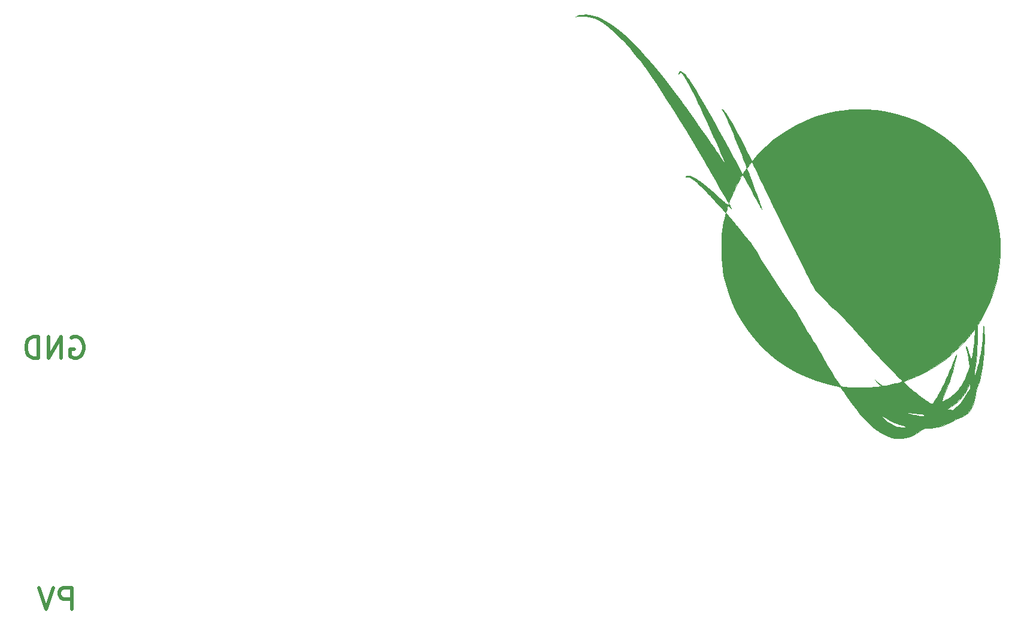
<source format=gbr>
G04 #@! TF.GenerationSoftware,KiCad,Pcbnew,(5.1.10)-1*
G04 #@! TF.CreationDate,2021-12-26T21:02:33-06:00*
G04 #@! TF.ProjectId,PowerBoard_2022_Rev1,506f7765-7242-46f6-9172-645f32303232,rev?*
G04 #@! TF.SameCoordinates,Original*
G04 #@! TF.FileFunction,Legend,Bot*
G04 #@! TF.FilePolarity,Positive*
%FSLAX46Y46*%
G04 Gerber Fmt 4.6, Leading zero omitted, Abs format (unit mm)*
G04 Created by KiCad (PCBNEW (5.1.10)-1) date 2021-12-26 21:02:33*
%MOMM*%
%LPD*%
G01*
G04 APERTURE LIST*
%ADD10C,0.508000*%
%ADD11C,0.010000*%
G04 APERTURE END LIST*
D10*
X375484571Y-153524857D02*
X375484571Y-150476857D01*
X374323428Y-150476857D01*
X374033142Y-150622000D01*
X373888000Y-150767142D01*
X373742857Y-151057428D01*
X373742857Y-151492857D01*
X373888000Y-151783142D01*
X374033142Y-151928285D01*
X374323428Y-152073428D01*
X375484571Y-152073428D01*
X372872000Y-150476857D02*
X371856000Y-153524857D01*
X370840000Y-150476857D01*
X375448285Y-115062000D02*
X375738571Y-114916857D01*
X376174000Y-114916857D01*
X376609428Y-115062000D01*
X376899714Y-115352285D01*
X377044857Y-115642571D01*
X377190000Y-116223142D01*
X377190000Y-116658571D01*
X377044857Y-117239142D01*
X376899714Y-117529428D01*
X376609428Y-117819714D01*
X376174000Y-117964857D01*
X375883714Y-117964857D01*
X375448285Y-117819714D01*
X375303142Y-117674571D01*
X375303142Y-116658571D01*
X375883714Y-116658571D01*
X373996857Y-117964857D02*
X373996857Y-114916857D01*
X372255142Y-117964857D01*
X372255142Y-114916857D01*
X370803714Y-117964857D02*
X370803714Y-114916857D01*
X370078000Y-114916857D01*
X369642571Y-115062000D01*
X369352285Y-115352285D01*
X369207142Y-115642571D01*
X369062000Y-116223142D01*
X369062000Y-116658571D01*
X369207142Y-117239142D01*
X369352285Y-117529428D01*
X369642571Y-117819714D01*
X370078000Y-117964857D01*
X370803714Y-117964857D01*
D11*
G36*
X467401461Y-82716631D02*
G01*
X467432906Y-82789006D01*
X467535167Y-82942965D01*
X467593837Y-83026036D01*
X467703590Y-83188042D01*
X467811124Y-83365863D01*
X467923187Y-83573721D01*
X468046528Y-83825836D01*
X468187893Y-84136427D01*
X468354031Y-84519715D01*
X468551690Y-84989919D01*
X468727661Y-85415412D01*
X468877319Y-85782807D01*
X469061899Y-86241998D01*
X469273398Y-86772619D01*
X469503813Y-87354304D01*
X469745141Y-87966687D01*
X469989382Y-88589402D01*
X470228531Y-89202083D01*
X470454588Y-89784365D01*
X470659548Y-90315881D01*
X470835411Y-90776265D01*
X470870403Y-90868632D01*
X470935221Y-91040049D01*
X471272030Y-90578851D01*
X471420946Y-90386033D01*
X471546692Y-90243680D01*
X471631868Y-90170438D01*
X471656099Y-90167245D01*
X471689702Y-90228549D01*
X471770922Y-90388949D01*
X471895298Y-90639322D01*
X472058368Y-90970551D01*
X472255670Y-91373514D01*
X472482744Y-91839092D01*
X472735126Y-92358164D01*
X473008356Y-92921611D01*
X473297971Y-93520312D01*
X473413547Y-93759627D01*
X474078946Y-95137253D01*
X474696398Y-96413885D01*
X475269546Y-97596977D01*
X475802038Y-98693983D01*
X476297519Y-99712356D01*
X476759633Y-100659550D01*
X477192027Y-101543019D01*
X477598345Y-102370215D01*
X477982234Y-103148594D01*
X478347339Y-103885608D01*
X478697305Y-104588711D01*
X479035777Y-105265357D01*
X479228444Y-105648988D01*
X479489570Y-106171268D01*
X479712549Y-106620248D01*
X479905311Y-107006236D01*
X480075786Y-107339541D01*
X480231905Y-107630474D01*
X480381597Y-107889344D01*
X480532794Y-108126459D01*
X480693424Y-108352129D01*
X480871420Y-108576663D01*
X481074709Y-108810371D01*
X481311224Y-109063561D01*
X481588895Y-109346544D01*
X481915650Y-109669628D01*
X482299422Y-110043123D01*
X482748139Y-110477337D01*
X483269733Y-110982581D01*
X483513319Y-111219298D01*
X483952681Y-111649208D01*
X484382528Y-112074307D01*
X484791643Y-112483194D01*
X485168810Y-112864469D01*
X485502815Y-113206730D01*
X485782440Y-113498575D01*
X485996471Y-113728604D01*
X486121056Y-113870129D01*
X486459886Y-114268521D01*
X486870754Y-114739600D01*
X487341645Y-115270279D01*
X487860542Y-115847469D01*
X488415429Y-116458083D01*
X488994287Y-117089033D01*
X489585102Y-117727232D01*
X490175855Y-118359592D01*
X490754531Y-118973024D01*
X491309113Y-119554442D01*
X491827585Y-120090758D01*
X491912423Y-120177685D01*
X492199357Y-120472063D01*
X492455555Y-120736508D01*
X492669944Y-120959460D01*
X492831451Y-121129356D01*
X492929003Y-121234636D01*
X492953496Y-121264649D01*
X492879690Y-121290944D01*
X492712467Y-121339054D01*
X492475242Y-121403010D01*
X492191436Y-121476841D01*
X491884464Y-121554579D01*
X491577746Y-121630253D01*
X491294700Y-121697896D01*
X491058743Y-121751537D01*
X490967584Y-121770866D01*
X490581939Y-121843583D01*
X490301674Y-121881881D01*
X490117326Y-121886461D01*
X490019429Y-121858026D01*
X490004933Y-121842259D01*
X489947564Y-121785658D01*
X489817753Y-121673167D01*
X489637288Y-121523355D01*
X489505999Y-121417049D01*
X489037669Y-121041358D01*
X489511551Y-121488311D01*
X489985434Y-121935265D01*
X489781764Y-121971715D01*
X489420765Y-122023929D01*
X488988082Y-122066226D01*
X488500111Y-122098723D01*
X487973245Y-122121542D01*
X487423878Y-122134802D01*
X486868405Y-122138624D01*
X486323221Y-122133127D01*
X485804720Y-122118432D01*
X485329296Y-122094658D01*
X484913343Y-122061925D01*
X484573256Y-122020354D01*
X484325430Y-121970064D01*
X484218049Y-121930987D01*
X484149387Y-121860141D01*
X484027861Y-121695493D01*
X483859946Y-121447652D01*
X483652119Y-121127226D01*
X483410853Y-120744823D01*
X483142625Y-120311053D01*
X482853911Y-119836523D01*
X482551186Y-119331841D01*
X482240926Y-118807617D01*
X481929606Y-118274459D01*
X481623702Y-117742975D01*
X481329689Y-117223774D01*
X481170174Y-116937877D01*
X480917050Y-116489213D01*
X480645193Y-116020792D01*
X480370453Y-115559002D01*
X480108676Y-115130230D01*
X479875713Y-114760863D01*
X479727598Y-114535986D01*
X479505993Y-114197613D01*
X479248633Y-113786505D01*
X478975778Y-113336158D01*
X478707689Y-112880070D01*
X478464628Y-112451734D01*
X478440309Y-112407786D01*
X478141892Y-111880576D01*
X477848440Y-111393310D01*
X477538847Y-110913232D01*
X477192002Y-110407587D01*
X476795677Y-109855777D01*
X475946982Y-108669992D01*
X475144991Y-107498442D01*
X474371059Y-106312233D01*
X473606543Y-105082472D01*
X472832800Y-103780265D01*
X472473255Y-103157026D01*
X472257508Y-102786293D01*
X472061182Y-102466282D01*
X471866580Y-102171918D01*
X471656007Y-101878125D01*
X471411767Y-101559827D01*
X471116163Y-101191949D01*
X470905369Y-100935277D01*
X470614444Y-100582384D01*
X470325065Y-100230384D01*
X470053640Y-99899309D01*
X469816577Y-99609193D01*
X469630287Y-99380066D01*
X469552743Y-99283977D01*
X469366122Y-99054081D01*
X469129838Y-98766615D01*
X468871963Y-98455553D01*
X468620567Y-98154868D01*
X468579003Y-98105457D01*
X468374314Y-97857610D01*
X468200629Y-97638190D01*
X468071516Y-97465064D01*
X468000542Y-97356098D01*
X467991097Y-97331317D01*
X468007116Y-97241145D01*
X468048338Y-97077270D01*
X468104504Y-96874986D01*
X468165359Y-96669588D01*
X468220647Y-96496371D01*
X468260110Y-96390630D01*
X468268874Y-96375428D01*
X468321304Y-96399742D01*
X468433972Y-96488975D01*
X468573700Y-96615618D01*
X468712276Y-96740495D01*
X468777147Y-96781872D01*
X468764570Y-96737428D01*
X468761262Y-96731967D01*
X468677310Y-96585993D01*
X468574029Y-96394273D01*
X468533281Y-96315476D01*
X468451338Y-96161448D01*
X468401081Y-96101639D01*
X468361511Y-96122346D01*
X468327038Y-96180925D01*
X468294721Y-96230056D01*
X468253905Y-96246893D01*
X468189156Y-96221784D01*
X468085039Y-96145077D01*
X467926117Y-96007123D01*
X467696955Y-95798268D01*
X467658426Y-95762856D01*
X466978792Y-95143226D01*
X466373323Y-94602826D01*
X465833074Y-94134197D01*
X465349100Y-93729876D01*
X464912457Y-93382403D01*
X464514198Y-93084318D01*
X464145379Y-92828160D01*
X464118047Y-92810028D01*
X463629207Y-92507339D01*
X463210907Y-92291872D01*
X462865227Y-92164363D01*
X462594249Y-92125552D01*
X462400051Y-92176175D01*
X462376676Y-92192291D01*
X462312574Y-92248438D01*
X462324507Y-92275858D01*
X462429869Y-92285240D01*
X462530050Y-92286559D01*
X462797753Y-92326263D01*
X463063365Y-92453319D01*
X463075193Y-92460759D01*
X463285511Y-92609361D01*
X463557910Y-92824237D01*
X463870258Y-93086037D01*
X464200424Y-93375416D01*
X464526275Y-93673024D01*
X464825680Y-93959515D01*
X465048780Y-94186090D01*
X465234066Y-94383595D01*
X465468786Y-94636811D01*
X465740617Y-94932162D01*
X466037239Y-95256075D01*
X466346332Y-95594975D01*
X466655573Y-95935288D01*
X466952643Y-96263440D01*
X467225220Y-96565857D01*
X467460982Y-96828964D01*
X467647610Y-97039187D01*
X467772782Y-97182951D01*
X467813843Y-97232401D01*
X467946191Y-97400655D01*
X467783782Y-98132150D01*
X467650369Y-98767511D01*
X467546633Y-99348986D01*
X467468649Y-99910521D01*
X467412491Y-100486064D01*
X467374233Y-101109562D01*
X467349951Y-101814964D01*
X467347900Y-101901867D01*
X467340374Y-102878059D01*
X467366541Y-103769168D01*
X467429515Y-104606245D01*
X467532406Y-105420343D01*
X467678327Y-106242513D01*
X467868409Y-107095637D01*
X468284066Y-108559337D01*
X468809539Y-109979633D01*
X469440599Y-111350755D01*
X470173018Y-112666934D01*
X471002566Y-113922401D01*
X471925014Y-115111387D01*
X472936134Y-116228122D01*
X474031696Y-117266837D01*
X475207471Y-118221763D01*
X476459231Y-119087131D01*
X476824362Y-119313566D01*
X478070515Y-120005352D01*
X479374075Y-120610499D01*
X480715068Y-121121482D01*
X482073519Y-121530776D01*
X483429454Y-121830856D01*
X483573366Y-121856150D01*
X483889020Y-121920401D01*
X484092690Y-121986668D01*
X484190926Y-122055350D01*
X484245398Y-122133026D01*
X484357614Y-122294820D01*
X484517309Y-122525869D01*
X484714217Y-122811308D01*
X484938073Y-123136274D01*
X485114698Y-123392960D01*
X485773668Y-124328497D01*
X486393571Y-125160545D01*
X486981170Y-125896624D01*
X487543225Y-126544251D01*
X488086499Y-127110946D01*
X488617751Y-127604227D01*
X489143745Y-128031613D01*
X489540709Y-128314677D01*
X489890571Y-128528293D01*
X490293335Y-128740006D01*
X490710796Y-128932133D01*
X491104748Y-129086990D01*
X491412603Y-129181102D01*
X491905035Y-129268531D01*
X492437893Y-129307410D01*
X492958835Y-129295944D01*
X493342650Y-129247289D01*
X494054235Y-129051425D01*
X494736222Y-128739392D01*
X495387692Y-128311643D01*
X495613202Y-128130570D01*
X495787266Y-127995021D01*
X495928955Y-127924661D01*
X496090045Y-127898996D01*
X496204538Y-127896506D01*
X497009243Y-127849344D01*
X497825762Y-127713144D01*
X498019947Y-127660441D01*
X493582300Y-127660441D01*
X493499169Y-127712582D01*
X493421120Y-127736956D01*
X493307230Y-127750059D01*
X493110238Y-127756481D01*
X492867002Y-127755267D01*
X492790624Y-127753275D01*
X492440350Y-127727984D01*
X492151320Y-127669802D01*
X491903198Y-127583018D01*
X491497304Y-127397691D01*
X491134057Y-127185460D01*
X490781074Y-126924080D01*
X490405969Y-126591306D01*
X490272987Y-126463182D01*
X490076742Y-126267685D01*
X489930878Y-126115557D01*
X489846202Y-126018670D01*
X489833519Y-125988893D01*
X489848307Y-125996663D01*
X490468950Y-126382132D01*
X491005219Y-126689526D01*
X491461687Y-126921459D01*
X491483534Y-126931601D01*
X491805777Y-127069720D01*
X492174839Y-127210867D01*
X492557337Y-127343817D01*
X492919886Y-127457342D01*
X493229102Y-127540217D01*
X493391844Y-127573330D01*
X493546305Y-127612792D01*
X493582300Y-127660441D01*
X498019947Y-127660441D01*
X498626433Y-127495837D01*
X499383592Y-127205354D01*
X500069574Y-126849623D01*
X500248348Y-126737293D01*
X500455122Y-126616982D01*
X500658369Y-126523472D01*
X500776912Y-126486051D01*
X500933264Y-126439601D01*
X501153014Y-126355697D01*
X501392461Y-126251217D01*
X501427385Y-126234810D01*
X501907738Y-125941286D01*
X501908516Y-125940555D01*
X496060950Y-125940555D01*
X496041032Y-125988161D01*
X495984903Y-126052529D01*
X495971658Y-126066631D01*
X495896535Y-126140709D01*
X495821879Y-126186507D01*
X495724468Y-126204727D01*
X495581080Y-126196068D01*
X495368495Y-126161232D01*
X495063492Y-126100920D01*
X495033995Y-126094933D01*
X494788611Y-126040218D01*
X494507489Y-125969834D01*
X494212362Y-125890206D01*
X493924962Y-125807764D01*
X493667023Y-125728934D01*
X493460278Y-125660144D01*
X493326459Y-125607823D01*
X493287300Y-125578397D01*
X493287345Y-125578351D01*
X493352292Y-125578103D01*
X493506658Y-125596331D01*
X493721820Y-125629404D01*
X493813464Y-125645091D01*
X494075428Y-125684947D01*
X494413139Y-125727449D01*
X494782504Y-125767442D01*
X495130391Y-125799047D01*
X495500236Y-125829231D01*
X495764300Y-125854048D01*
X495936498Y-125877924D01*
X496030744Y-125905284D01*
X496060950Y-125940555D01*
X501908516Y-125940555D01*
X502324241Y-125550442D01*
X502672874Y-125069087D01*
X502949617Y-124504030D01*
X503150452Y-123862079D01*
X503271360Y-123150046D01*
X503276246Y-123102619D01*
X503318496Y-122844409D01*
X503392700Y-122538229D01*
X503483535Y-122246507D01*
X503492390Y-122222038D01*
X503727428Y-121498619D01*
X503757670Y-121381376D01*
X502587543Y-121381376D01*
X502561349Y-121810876D01*
X502534809Y-122072425D01*
X502480762Y-122286860D01*
X502381928Y-122511221D01*
X502306659Y-122651538D01*
X501795700Y-123478009D01*
X501240933Y-124195957D01*
X500638542Y-124810097D01*
X500386605Y-125025146D01*
X500026321Y-125317017D01*
X499636014Y-125279799D01*
X499432703Y-125257332D01*
X499282697Y-125234976D01*
X499220687Y-125218480D01*
X499207822Y-125202312D01*
X499219283Y-125180993D01*
X499273947Y-125141155D01*
X499390691Y-125069432D01*
X499588393Y-124952457D01*
X499636014Y-124924397D01*
X500292291Y-124482188D01*
X500881576Y-123965100D01*
X501413463Y-123362431D01*
X501897543Y-122663484D01*
X502289075Y-121965226D01*
X502587543Y-121381376D01*
X503757670Y-121381376D01*
X503941040Y-120670492D01*
X504130335Y-119751602D01*
X504292427Y-118755896D01*
X504418912Y-117748516D01*
X504446501Y-117434114D01*
X504469649Y-117051582D01*
X504488229Y-116619135D01*
X504502113Y-116154991D01*
X504511174Y-115677367D01*
X504515284Y-115204479D01*
X504514316Y-114754545D01*
X504508142Y-114345781D01*
X504496634Y-113996405D01*
X504479665Y-113724633D01*
X504457108Y-113548683D01*
X504448556Y-113515182D01*
X504415458Y-113424345D01*
X504397070Y-113419744D01*
X504388220Y-113513510D01*
X504384569Y-113665300D01*
X504365074Y-114142375D01*
X504323056Y-114708911D01*
X504262067Y-115337138D01*
X504185656Y-115999288D01*
X504097375Y-116667593D01*
X504000774Y-117314281D01*
X503899405Y-117911586D01*
X503796819Y-118431737D01*
X503747149Y-118650169D01*
X503655403Y-119015877D01*
X503558161Y-119376559D01*
X503460977Y-119714367D01*
X503369406Y-120011449D01*
X503289000Y-120249956D01*
X503225315Y-120412037D01*
X503183904Y-120479843D01*
X503177795Y-120480044D01*
X503122639Y-120382840D01*
X503095068Y-120191892D01*
X503095041Y-119930330D01*
X503122511Y-119621283D01*
X503177435Y-119287880D01*
X503180104Y-119274840D01*
X503267085Y-118827293D01*
X503337764Y-118398928D01*
X503393815Y-117969359D01*
X503436909Y-117518198D01*
X503468719Y-117025059D01*
X503490916Y-116469555D01*
X503505173Y-115831300D01*
X503512155Y-115226530D01*
X503521515Y-114057118D01*
X503175866Y-114057118D01*
X503170098Y-114290444D01*
X503158186Y-114580966D01*
X503141175Y-114907838D01*
X503120108Y-115250213D01*
X503096031Y-115587246D01*
X503069988Y-115898090D01*
X503053452Y-116067192D01*
X503020094Y-116349043D01*
X502975774Y-116672235D01*
X502924433Y-117013193D01*
X502870013Y-117348341D01*
X502816458Y-117654103D01*
X502767710Y-117906902D01*
X502727712Y-118083164D01*
X502704595Y-118153345D01*
X502672173Y-118128958D01*
X502612703Y-118008685D01*
X502534311Y-117811470D01*
X502445123Y-117556256D01*
X502434152Y-117522849D01*
X502299061Y-117119993D01*
X502178253Y-116781698D01*
X502076300Y-116519468D01*
X501997771Y-116344806D01*
X501947236Y-116269217D01*
X501936074Y-116269102D01*
X501938092Y-116334119D01*
X501962011Y-116493161D01*
X502003866Y-116722979D01*
X502059692Y-117000322D01*
X502065319Y-117027071D01*
X502141989Y-117405653D01*
X502223648Y-117834035D01*
X502298420Y-118248837D01*
X502336887Y-118476153D01*
X502453786Y-119192690D01*
X502271318Y-119716584D01*
X502118633Y-120118323D01*
X501929830Y-120558859D01*
X501720809Y-121005106D01*
X501507471Y-121423976D01*
X501305718Y-121782382D01*
X501193086Y-121960215D01*
X500906742Y-122339449D01*
X500559257Y-122730120D01*
X500187039Y-123094424D01*
X499826494Y-123394557D01*
X499776541Y-123431082D01*
X499594803Y-123550585D01*
X499371003Y-123682251D01*
X499129123Y-123813951D01*
X498893144Y-123933558D01*
X498687046Y-124028946D01*
X498534810Y-124087987D01*
X498460418Y-124098553D01*
X498458959Y-124097387D01*
X498470013Y-124034960D01*
X498521938Y-123892434D01*
X498604166Y-123698233D01*
X498622434Y-123657638D01*
X498799716Y-123249662D01*
X498999143Y-122761315D01*
X499207660Y-122227046D01*
X499412211Y-121681302D01*
X499599741Y-121158532D01*
X499757195Y-120693186D01*
X499815067Y-120510690D01*
X499915136Y-120176202D01*
X500023104Y-119798158D01*
X500134113Y-119395434D01*
X500243304Y-118986902D01*
X500345818Y-118591435D01*
X500436797Y-118227908D01*
X500511380Y-117915195D01*
X500564710Y-117672168D01*
X500591928Y-117517701D01*
X500594399Y-117483472D01*
X500572506Y-117506479D01*
X500511435Y-117629218D01*
X500416349Y-117839810D01*
X500292410Y-118126379D01*
X500144780Y-118477047D01*
X499978622Y-118879935D01*
X499852847Y-119189650D01*
X499589151Y-119837719D01*
X499357302Y-120394120D01*
X499147508Y-120879832D01*
X498949974Y-121315831D01*
X498754906Y-121723094D01*
X498552512Y-122122599D01*
X498332997Y-122535323D01*
X498086567Y-122982242D01*
X498059941Y-123029845D01*
X497820441Y-123454475D01*
X497629407Y-123784426D01*
X497478900Y-124031043D01*
X497360978Y-124205673D01*
X497267701Y-124319659D01*
X497191130Y-124384346D01*
X497123322Y-124411081D01*
X497091322Y-124413764D01*
X496982493Y-124381778D01*
X496803171Y-124295449D01*
X496581307Y-124169218D01*
X496414543Y-124064115D01*
X496169775Y-123895704D01*
X495866643Y-123675566D01*
X495539008Y-123428896D01*
X495220733Y-123180887D01*
X495131967Y-123109852D01*
X495074405Y-123062700D01*
X491589678Y-123062700D01*
X491559655Y-123092724D01*
X491529631Y-123062700D01*
X491559655Y-123032676D01*
X491589678Y-123062700D01*
X495074405Y-123062700D01*
X495012431Y-123011934D01*
X491469584Y-123011934D01*
X491423682Y-123000560D01*
X491286477Y-122912583D01*
X491058715Y-122748531D01*
X490741146Y-122508931D01*
X490580097Y-122385071D01*
X490377876Y-122224440D01*
X490220548Y-122090976D01*
X490126583Y-122000902D01*
X490109023Y-121971330D01*
X490161913Y-121996773D01*
X490287674Y-122081640D01*
X490465597Y-122210090D01*
X490674970Y-122366282D01*
X490895081Y-122534377D01*
X491105219Y-122698532D01*
X491284673Y-122842908D01*
X491412732Y-122951663D01*
X491468683Y-123008957D01*
X491469584Y-123011934D01*
X495012431Y-123011934D01*
X494873513Y-122898140D01*
X494589748Y-122659987D01*
X494294421Y-122407569D01*
X494001281Y-122153060D01*
X493724078Y-121908638D01*
X493476561Y-121686477D01*
X493272479Y-121498753D01*
X493125582Y-121357642D01*
X493049618Y-121275320D01*
X493042749Y-121259753D01*
X493102816Y-121233431D01*
X493253349Y-121174604D01*
X493471969Y-121091848D01*
X493736293Y-120993741D01*
X493749800Y-120988773D01*
X495148372Y-120413234D01*
X496498447Y-119734797D01*
X497791917Y-118959456D01*
X499020673Y-118093204D01*
X500176605Y-117142033D01*
X501251604Y-116111938D01*
X502237561Y-115008910D01*
X502785837Y-114310809D01*
X502937468Y-114111805D01*
X503062523Y-113955277D01*
X503143955Y-113862163D01*
X503164789Y-113845442D01*
X503174444Y-113901836D01*
X503175866Y-114057118D01*
X503521515Y-114057118D01*
X503527776Y-113274993D01*
X503929261Y-112614473D01*
X504662082Y-111294233D01*
X505287755Y-109920859D01*
X505806503Y-108493684D01*
X506218547Y-107012041D01*
X506524112Y-105475262D01*
X506668977Y-104418019D01*
X506696972Y-104083614D01*
X506717730Y-103656774D01*
X506731252Y-103164940D01*
X506737537Y-102635552D01*
X506736586Y-102096052D01*
X506728398Y-101573881D01*
X506712973Y-101096479D01*
X506690311Y-100691287D01*
X506668977Y-100454899D01*
X506433351Y-98877944D01*
X506089671Y-97353359D01*
X505637824Y-95880869D01*
X505077699Y-94460202D01*
X504409183Y-93091086D01*
X503632165Y-91773247D01*
X502746532Y-90506412D01*
X502404242Y-90066719D01*
X502098546Y-89702530D01*
X501726177Y-89287140D01*
X501312389Y-88846630D01*
X500882433Y-88407079D01*
X500461563Y-87994570D01*
X500075030Y-87635183D01*
X499906227Y-87486732D01*
X498698553Y-86528093D01*
X497428765Y-85671327D01*
X496101418Y-84918421D01*
X494721067Y-84271359D01*
X493292268Y-83732126D01*
X491819575Y-83302708D01*
X490307545Y-82985089D01*
X489217811Y-82829137D01*
X488770942Y-82788702D01*
X488238279Y-82758837D01*
X487650990Y-82739782D01*
X487040245Y-82731777D01*
X486437215Y-82735063D01*
X485873067Y-82749882D01*
X485378973Y-82776472D01*
X485134596Y-82797609D01*
X483579546Y-83015351D01*
X482072834Y-83342883D01*
X480613179Y-83780735D01*
X479199302Y-84329435D01*
X477829922Y-84989512D01*
X476503760Y-85761495D01*
X475219535Y-86645913D01*
X474536250Y-87175915D01*
X474274146Y-87397888D01*
X473961516Y-87679191D01*
X473616582Y-88001850D01*
X473257566Y-88347888D01*
X472902688Y-88699329D01*
X472570169Y-89038197D01*
X472278232Y-89346517D01*
X472045096Y-89606311D01*
X471924194Y-89752818D01*
X471797155Y-89911075D01*
X471699467Y-90023136D01*
X471653981Y-90063644D01*
X471620769Y-90012459D01*
X471540414Y-89866410D01*
X471419463Y-89638060D01*
X471264466Y-89339970D01*
X471081971Y-88984699D01*
X470878526Y-88584809D01*
X470739547Y-88309670D01*
X470308632Y-87463032D01*
X469894209Y-86666142D01*
X469499870Y-85925213D01*
X469129204Y-85246461D01*
X468785803Y-84636097D01*
X468473256Y-84100336D01*
X468195156Y-83645392D01*
X467955091Y-83277479D01*
X467756653Y-83002810D01*
X467603433Y-82827599D01*
X467543131Y-82778061D01*
X467438860Y-82716197D01*
X467401461Y-82716631D01*
G37*
X467401461Y-82716631D02*
X467432906Y-82789006D01*
X467535167Y-82942965D01*
X467593837Y-83026036D01*
X467703590Y-83188042D01*
X467811124Y-83365863D01*
X467923187Y-83573721D01*
X468046528Y-83825836D01*
X468187893Y-84136427D01*
X468354031Y-84519715D01*
X468551690Y-84989919D01*
X468727661Y-85415412D01*
X468877319Y-85782807D01*
X469061899Y-86241998D01*
X469273398Y-86772619D01*
X469503813Y-87354304D01*
X469745141Y-87966687D01*
X469989382Y-88589402D01*
X470228531Y-89202083D01*
X470454588Y-89784365D01*
X470659548Y-90315881D01*
X470835411Y-90776265D01*
X470870403Y-90868632D01*
X470935221Y-91040049D01*
X471272030Y-90578851D01*
X471420946Y-90386033D01*
X471546692Y-90243680D01*
X471631868Y-90170438D01*
X471656099Y-90167245D01*
X471689702Y-90228549D01*
X471770922Y-90388949D01*
X471895298Y-90639322D01*
X472058368Y-90970551D01*
X472255670Y-91373514D01*
X472482744Y-91839092D01*
X472735126Y-92358164D01*
X473008356Y-92921611D01*
X473297971Y-93520312D01*
X473413547Y-93759627D01*
X474078946Y-95137253D01*
X474696398Y-96413885D01*
X475269546Y-97596977D01*
X475802038Y-98693983D01*
X476297519Y-99712356D01*
X476759633Y-100659550D01*
X477192027Y-101543019D01*
X477598345Y-102370215D01*
X477982234Y-103148594D01*
X478347339Y-103885608D01*
X478697305Y-104588711D01*
X479035777Y-105265357D01*
X479228444Y-105648988D01*
X479489570Y-106171268D01*
X479712549Y-106620248D01*
X479905311Y-107006236D01*
X480075786Y-107339541D01*
X480231905Y-107630474D01*
X480381597Y-107889344D01*
X480532794Y-108126459D01*
X480693424Y-108352129D01*
X480871420Y-108576663D01*
X481074709Y-108810371D01*
X481311224Y-109063561D01*
X481588895Y-109346544D01*
X481915650Y-109669628D01*
X482299422Y-110043123D01*
X482748139Y-110477337D01*
X483269733Y-110982581D01*
X483513319Y-111219298D01*
X483952681Y-111649208D01*
X484382528Y-112074307D01*
X484791643Y-112483194D01*
X485168810Y-112864469D01*
X485502815Y-113206730D01*
X485782440Y-113498575D01*
X485996471Y-113728604D01*
X486121056Y-113870129D01*
X486459886Y-114268521D01*
X486870754Y-114739600D01*
X487341645Y-115270279D01*
X487860542Y-115847469D01*
X488415429Y-116458083D01*
X488994287Y-117089033D01*
X489585102Y-117727232D01*
X490175855Y-118359592D01*
X490754531Y-118973024D01*
X491309113Y-119554442D01*
X491827585Y-120090758D01*
X491912423Y-120177685D01*
X492199357Y-120472063D01*
X492455555Y-120736508D01*
X492669944Y-120959460D01*
X492831451Y-121129356D01*
X492929003Y-121234636D01*
X492953496Y-121264649D01*
X492879690Y-121290944D01*
X492712467Y-121339054D01*
X492475242Y-121403010D01*
X492191436Y-121476841D01*
X491884464Y-121554579D01*
X491577746Y-121630253D01*
X491294700Y-121697896D01*
X491058743Y-121751537D01*
X490967584Y-121770866D01*
X490581939Y-121843583D01*
X490301674Y-121881881D01*
X490117326Y-121886461D01*
X490019429Y-121858026D01*
X490004933Y-121842259D01*
X489947564Y-121785658D01*
X489817753Y-121673167D01*
X489637288Y-121523355D01*
X489505999Y-121417049D01*
X489037669Y-121041358D01*
X489511551Y-121488311D01*
X489985434Y-121935265D01*
X489781764Y-121971715D01*
X489420765Y-122023929D01*
X488988082Y-122066226D01*
X488500111Y-122098723D01*
X487973245Y-122121542D01*
X487423878Y-122134802D01*
X486868405Y-122138624D01*
X486323221Y-122133127D01*
X485804720Y-122118432D01*
X485329296Y-122094658D01*
X484913343Y-122061925D01*
X484573256Y-122020354D01*
X484325430Y-121970064D01*
X484218049Y-121930987D01*
X484149387Y-121860141D01*
X484027861Y-121695493D01*
X483859946Y-121447652D01*
X483652119Y-121127226D01*
X483410853Y-120744823D01*
X483142625Y-120311053D01*
X482853911Y-119836523D01*
X482551186Y-119331841D01*
X482240926Y-118807617D01*
X481929606Y-118274459D01*
X481623702Y-117742975D01*
X481329689Y-117223774D01*
X481170174Y-116937877D01*
X480917050Y-116489213D01*
X480645193Y-116020792D01*
X480370453Y-115559002D01*
X480108676Y-115130230D01*
X479875713Y-114760863D01*
X479727598Y-114535986D01*
X479505993Y-114197613D01*
X479248633Y-113786505D01*
X478975778Y-113336158D01*
X478707689Y-112880070D01*
X478464628Y-112451734D01*
X478440309Y-112407786D01*
X478141892Y-111880576D01*
X477848440Y-111393310D01*
X477538847Y-110913232D01*
X477192002Y-110407587D01*
X476795677Y-109855777D01*
X475946982Y-108669992D01*
X475144991Y-107498442D01*
X474371059Y-106312233D01*
X473606543Y-105082472D01*
X472832800Y-103780265D01*
X472473255Y-103157026D01*
X472257508Y-102786293D01*
X472061182Y-102466282D01*
X471866580Y-102171918D01*
X471656007Y-101878125D01*
X471411767Y-101559827D01*
X471116163Y-101191949D01*
X470905369Y-100935277D01*
X470614444Y-100582384D01*
X470325065Y-100230384D01*
X470053640Y-99899309D01*
X469816577Y-99609193D01*
X469630287Y-99380066D01*
X469552743Y-99283977D01*
X469366122Y-99054081D01*
X469129838Y-98766615D01*
X468871963Y-98455553D01*
X468620567Y-98154868D01*
X468579003Y-98105457D01*
X468374314Y-97857610D01*
X468200629Y-97638190D01*
X468071516Y-97465064D01*
X468000542Y-97356098D01*
X467991097Y-97331317D01*
X468007116Y-97241145D01*
X468048338Y-97077270D01*
X468104504Y-96874986D01*
X468165359Y-96669588D01*
X468220647Y-96496371D01*
X468260110Y-96390630D01*
X468268874Y-96375428D01*
X468321304Y-96399742D01*
X468433972Y-96488975D01*
X468573700Y-96615618D01*
X468712276Y-96740495D01*
X468777147Y-96781872D01*
X468764570Y-96737428D01*
X468761262Y-96731967D01*
X468677310Y-96585993D01*
X468574029Y-96394273D01*
X468533281Y-96315476D01*
X468451338Y-96161448D01*
X468401081Y-96101639D01*
X468361511Y-96122346D01*
X468327038Y-96180925D01*
X468294721Y-96230056D01*
X468253905Y-96246893D01*
X468189156Y-96221784D01*
X468085039Y-96145077D01*
X467926117Y-96007123D01*
X467696955Y-95798268D01*
X467658426Y-95762856D01*
X466978792Y-95143226D01*
X466373323Y-94602826D01*
X465833074Y-94134197D01*
X465349100Y-93729876D01*
X464912457Y-93382403D01*
X464514198Y-93084318D01*
X464145379Y-92828160D01*
X464118047Y-92810028D01*
X463629207Y-92507339D01*
X463210907Y-92291872D01*
X462865227Y-92164363D01*
X462594249Y-92125552D01*
X462400051Y-92176175D01*
X462376676Y-92192291D01*
X462312574Y-92248438D01*
X462324507Y-92275858D01*
X462429869Y-92285240D01*
X462530050Y-92286559D01*
X462797753Y-92326263D01*
X463063365Y-92453319D01*
X463075193Y-92460759D01*
X463285511Y-92609361D01*
X463557910Y-92824237D01*
X463870258Y-93086037D01*
X464200424Y-93375416D01*
X464526275Y-93673024D01*
X464825680Y-93959515D01*
X465048780Y-94186090D01*
X465234066Y-94383595D01*
X465468786Y-94636811D01*
X465740617Y-94932162D01*
X466037239Y-95256075D01*
X466346332Y-95594975D01*
X466655573Y-95935288D01*
X466952643Y-96263440D01*
X467225220Y-96565857D01*
X467460982Y-96828964D01*
X467647610Y-97039187D01*
X467772782Y-97182951D01*
X467813843Y-97232401D01*
X467946191Y-97400655D01*
X467783782Y-98132150D01*
X467650369Y-98767511D01*
X467546633Y-99348986D01*
X467468649Y-99910521D01*
X467412491Y-100486064D01*
X467374233Y-101109562D01*
X467349951Y-101814964D01*
X467347900Y-101901867D01*
X467340374Y-102878059D01*
X467366541Y-103769168D01*
X467429515Y-104606245D01*
X467532406Y-105420343D01*
X467678327Y-106242513D01*
X467868409Y-107095637D01*
X468284066Y-108559337D01*
X468809539Y-109979633D01*
X469440599Y-111350755D01*
X470173018Y-112666934D01*
X471002566Y-113922401D01*
X471925014Y-115111387D01*
X472936134Y-116228122D01*
X474031696Y-117266837D01*
X475207471Y-118221763D01*
X476459231Y-119087131D01*
X476824362Y-119313566D01*
X478070515Y-120005352D01*
X479374075Y-120610499D01*
X480715068Y-121121482D01*
X482073519Y-121530776D01*
X483429454Y-121830856D01*
X483573366Y-121856150D01*
X483889020Y-121920401D01*
X484092690Y-121986668D01*
X484190926Y-122055350D01*
X484245398Y-122133026D01*
X484357614Y-122294820D01*
X484517309Y-122525869D01*
X484714217Y-122811308D01*
X484938073Y-123136274D01*
X485114698Y-123392960D01*
X485773668Y-124328497D01*
X486393571Y-125160545D01*
X486981170Y-125896624D01*
X487543225Y-126544251D01*
X488086499Y-127110946D01*
X488617751Y-127604227D01*
X489143745Y-128031613D01*
X489540709Y-128314677D01*
X489890571Y-128528293D01*
X490293335Y-128740006D01*
X490710796Y-128932133D01*
X491104748Y-129086990D01*
X491412603Y-129181102D01*
X491905035Y-129268531D01*
X492437893Y-129307410D01*
X492958835Y-129295944D01*
X493342650Y-129247289D01*
X494054235Y-129051425D01*
X494736222Y-128739392D01*
X495387692Y-128311643D01*
X495613202Y-128130570D01*
X495787266Y-127995021D01*
X495928955Y-127924661D01*
X496090045Y-127898996D01*
X496204538Y-127896506D01*
X497009243Y-127849344D01*
X497825762Y-127713144D01*
X498019947Y-127660441D01*
X493582300Y-127660441D01*
X493499169Y-127712582D01*
X493421120Y-127736956D01*
X493307230Y-127750059D01*
X493110238Y-127756481D01*
X492867002Y-127755267D01*
X492790624Y-127753275D01*
X492440350Y-127727984D01*
X492151320Y-127669802D01*
X491903198Y-127583018D01*
X491497304Y-127397691D01*
X491134057Y-127185460D01*
X490781074Y-126924080D01*
X490405969Y-126591306D01*
X490272987Y-126463182D01*
X490076742Y-126267685D01*
X489930878Y-126115557D01*
X489846202Y-126018670D01*
X489833519Y-125988893D01*
X489848307Y-125996663D01*
X490468950Y-126382132D01*
X491005219Y-126689526D01*
X491461687Y-126921459D01*
X491483534Y-126931601D01*
X491805777Y-127069720D01*
X492174839Y-127210867D01*
X492557337Y-127343817D01*
X492919886Y-127457342D01*
X493229102Y-127540217D01*
X493391844Y-127573330D01*
X493546305Y-127612792D01*
X493582300Y-127660441D01*
X498019947Y-127660441D01*
X498626433Y-127495837D01*
X499383592Y-127205354D01*
X500069574Y-126849623D01*
X500248348Y-126737293D01*
X500455122Y-126616982D01*
X500658369Y-126523472D01*
X500776912Y-126486051D01*
X500933264Y-126439601D01*
X501153014Y-126355697D01*
X501392461Y-126251217D01*
X501427385Y-126234810D01*
X501907738Y-125941286D01*
X501908516Y-125940555D01*
X496060950Y-125940555D01*
X496041032Y-125988161D01*
X495984903Y-126052529D01*
X495971658Y-126066631D01*
X495896535Y-126140709D01*
X495821879Y-126186507D01*
X495724468Y-126204727D01*
X495581080Y-126196068D01*
X495368495Y-126161232D01*
X495063492Y-126100920D01*
X495033995Y-126094933D01*
X494788611Y-126040218D01*
X494507489Y-125969834D01*
X494212362Y-125890206D01*
X493924962Y-125807764D01*
X493667023Y-125728934D01*
X493460278Y-125660144D01*
X493326459Y-125607823D01*
X493287300Y-125578397D01*
X493287345Y-125578351D01*
X493352292Y-125578103D01*
X493506658Y-125596331D01*
X493721820Y-125629404D01*
X493813464Y-125645091D01*
X494075428Y-125684947D01*
X494413139Y-125727449D01*
X494782504Y-125767442D01*
X495130391Y-125799047D01*
X495500236Y-125829231D01*
X495764300Y-125854048D01*
X495936498Y-125877924D01*
X496030744Y-125905284D01*
X496060950Y-125940555D01*
X501908516Y-125940555D01*
X502324241Y-125550442D01*
X502672874Y-125069087D01*
X502949617Y-124504030D01*
X503150452Y-123862079D01*
X503271360Y-123150046D01*
X503276246Y-123102619D01*
X503318496Y-122844409D01*
X503392700Y-122538229D01*
X503483535Y-122246507D01*
X503492390Y-122222038D01*
X503727428Y-121498619D01*
X503757670Y-121381376D01*
X502587543Y-121381376D01*
X502561349Y-121810876D01*
X502534809Y-122072425D01*
X502480762Y-122286860D01*
X502381928Y-122511221D01*
X502306659Y-122651538D01*
X501795700Y-123478009D01*
X501240933Y-124195957D01*
X500638542Y-124810097D01*
X500386605Y-125025146D01*
X500026321Y-125317017D01*
X499636014Y-125279799D01*
X499432703Y-125257332D01*
X499282697Y-125234976D01*
X499220687Y-125218480D01*
X499207822Y-125202312D01*
X499219283Y-125180993D01*
X499273947Y-125141155D01*
X499390691Y-125069432D01*
X499588393Y-124952457D01*
X499636014Y-124924397D01*
X500292291Y-124482188D01*
X500881576Y-123965100D01*
X501413463Y-123362431D01*
X501897543Y-122663484D01*
X502289075Y-121965226D01*
X502587543Y-121381376D01*
X503757670Y-121381376D01*
X503941040Y-120670492D01*
X504130335Y-119751602D01*
X504292427Y-118755896D01*
X504418912Y-117748516D01*
X504446501Y-117434114D01*
X504469649Y-117051582D01*
X504488229Y-116619135D01*
X504502113Y-116154991D01*
X504511174Y-115677367D01*
X504515284Y-115204479D01*
X504514316Y-114754545D01*
X504508142Y-114345781D01*
X504496634Y-113996405D01*
X504479665Y-113724633D01*
X504457108Y-113548683D01*
X504448556Y-113515182D01*
X504415458Y-113424345D01*
X504397070Y-113419744D01*
X504388220Y-113513510D01*
X504384569Y-113665300D01*
X504365074Y-114142375D01*
X504323056Y-114708911D01*
X504262067Y-115337138D01*
X504185656Y-115999288D01*
X504097375Y-116667593D01*
X504000774Y-117314281D01*
X503899405Y-117911586D01*
X503796819Y-118431737D01*
X503747149Y-118650169D01*
X503655403Y-119015877D01*
X503558161Y-119376559D01*
X503460977Y-119714367D01*
X503369406Y-120011449D01*
X503289000Y-120249956D01*
X503225315Y-120412037D01*
X503183904Y-120479843D01*
X503177795Y-120480044D01*
X503122639Y-120382840D01*
X503095068Y-120191892D01*
X503095041Y-119930330D01*
X503122511Y-119621283D01*
X503177435Y-119287880D01*
X503180104Y-119274840D01*
X503267085Y-118827293D01*
X503337764Y-118398928D01*
X503393815Y-117969359D01*
X503436909Y-117518198D01*
X503468719Y-117025059D01*
X503490916Y-116469555D01*
X503505173Y-115831300D01*
X503512155Y-115226530D01*
X503521515Y-114057118D01*
X503175866Y-114057118D01*
X503170098Y-114290444D01*
X503158186Y-114580966D01*
X503141175Y-114907838D01*
X503120108Y-115250213D01*
X503096031Y-115587246D01*
X503069988Y-115898090D01*
X503053452Y-116067192D01*
X503020094Y-116349043D01*
X502975774Y-116672235D01*
X502924433Y-117013193D01*
X502870013Y-117348341D01*
X502816458Y-117654103D01*
X502767710Y-117906902D01*
X502727712Y-118083164D01*
X502704595Y-118153345D01*
X502672173Y-118128958D01*
X502612703Y-118008685D01*
X502534311Y-117811470D01*
X502445123Y-117556256D01*
X502434152Y-117522849D01*
X502299061Y-117119993D01*
X502178253Y-116781698D01*
X502076300Y-116519468D01*
X501997771Y-116344806D01*
X501947236Y-116269217D01*
X501936074Y-116269102D01*
X501938092Y-116334119D01*
X501962011Y-116493161D01*
X502003866Y-116722979D01*
X502059692Y-117000322D01*
X502065319Y-117027071D01*
X502141989Y-117405653D01*
X502223648Y-117834035D01*
X502298420Y-118248837D01*
X502336887Y-118476153D01*
X502453786Y-119192690D01*
X502271318Y-119716584D01*
X502118633Y-120118323D01*
X501929830Y-120558859D01*
X501720809Y-121005106D01*
X501507471Y-121423976D01*
X501305718Y-121782382D01*
X501193086Y-121960215D01*
X500906742Y-122339449D01*
X500559257Y-122730120D01*
X500187039Y-123094424D01*
X499826494Y-123394557D01*
X499776541Y-123431082D01*
X499594803Y-123550585D01*
X499371003Y-123682251D01*
X499129123Y-123813951D01*
X498893144Y-123933558D01*
X498687046Y-124028946D01*
X498534810Y-124087987D01*
X498460418Y-124098553D01*
X498458959Y-124097387D01*
X498470013Y-124034960D01*
X498521938Y-123892434D01*
X498604166Y-123698233D01*
X498622434Y-123657638D01*
X498799716Y-123249662D01*
X498999143Y-122761315D01*
X499207660Y-122227046D01*
X499412211Y-121681302D01*
X499599741Y-121158532D01*
X499757195Y-120693186D01*
X499815067Y-120510690D01*
X499915136Y-120176202D01*
X500023104Y-119798158D01*
X500134113Y-119395434D01*
X500243304Y-118986902D01*
X500345818Y-118591435D01*
X500436797Y-118227908D01*
X500511380Y-117915195D01*
X500564710Y-117672168D01*
X500591928Y-117517701D01*
X500594399Y-117483472D01*
X500572506Y-117506479D01*
X500511435Y-117629218D01*
X500416349Y-117839810D01*
X500292410Y-118126379D01*
X500144780Y-118477047D01*
X499978622Y-118879935D01*
X499852847Y-119189650D01*
X499589151Y-119837719D01*
X499357302Y-120394120D01*
X499147508Y-120879832D01*
X498949974Y-121315831D01*
X498754906Y-121723094D01*
X498552512Y-122122599D01*
X498332997Y-122535323D01*
X498086567Y-122982242D01*
X498059941Y-123029845D01*
X497820441Y-123454475D01*
X497629407Y-123784426D01*
X497478900Y-124031043D01*
X497360978Y-124205673D01*
X497267701Y-124319659D01*
X497191130Y-124384346D01*
X497123322Y-124411081D01*
X497091322Y-124413764D01*
X496982493Y-124381778D01*
X496803171Y-124295449D01*
X496581307Y-124169218D01*
X496414543Y-124064115D01*
X496169775Y-123895704D01*
X495866643Y-123675566D01*
X495539008Y-123428896D01*
X495220733Y-123180887D01*
X495131967Y-123109852D01*
X495074405Y-123062700D01*
X491589678Y-123062700D01*
X491559655Y-123092724D01*
X491529631Y-123062700D01*
X491559655Y-123032676D01*
X491589678Y-123062700D01*
X495074405Y-123062700D01*
X495012431Y-123011934D01*
X491469584Y-123011934D01*
X491423682Y-123000560D01*
X491286477Y-122912583D01*
X491058715Y-122748531D01*
X490741146Y-122508931D01*
X490580097Y-122385071D01*
X490377876Y-122224440D01*
X490220548Y-122090976D01*
X490126583Y-122000902D01*
X490109023Y-121971330D01*
X490161913Y-121996773D01*
X490287674Y-122081640D01*
X490465597Y-122210090D01*
X490674970Y-122366282D01*
X490895081Y-122534377D01*
X491105219Y-122698532D01*
X491284673Y-122842908D01*
X491412732Y-122951663D01*
X491468683Y-123008957D01*
X491469584Y-123011934D01*
X495012431Y-123011934D01*
X494873513Y-122898140D01*
X494589748Y-122659987D01*
X494294421Y-122407569D01*
X494001281Y-122153060D01*
X493724078Y-121908638D01*
X493476561Y-121686477D01*
X493272479Y-121498753D01*
X493125582Y-121357642D01*
X493049618Y-121275320D01*
X493042749Y-121259753D01*
X493102816Y-121233431D01*
X493253349Y-121174604D01*
X493471969Y-121091848D01*
X493736293Y-120993741D01*
X493749800Y-120988773D01*
X495148372Y-120413234D01*
X496498447Y-119734797D01*
X497791917Y-118959456D01*
X499020673Y-118093204D01*
X500176605Y-117142033D01*
X501251604Y-116111938D01*
X502237561Y-115008910D01*
X502785837Y-114310809D01*
X502937468Y-114111805D01*
X503062523Y-113955277D01*
X503143955Y-113862163D01*
X503164789Y-113845442D01*
X503174444Y-113901836D01*
X503175866Y-114057118D01*
X503521515Y-114057118D01*
X503527776Y-113274993D01*
X503929261Y-112614473D01*
X504662082Y-111294233D01*
X505287755Y-109920859D01*
X505806503Y-108493684D01*
X506218547Y-107012041D01*
X506524112Y-105475262D01*
X506668977Y-104418019D01*
X506696972Y-104083614D01*
X506717730Y-103656774D01*
X506731252Y-103164940D01*
X506737537Y-102635552D01*
X506736586Y-102096052D01*
X506728398Y-101573881D01*
X506712973Y-101096479D01*
X506690311Y-100691287D01*
X506668977Y-100454899D01*
X506433351Y-98877944D01*
X506089671Y-97353359D01*
X505637824Y-95880869D01*
X505077699Y-94460202D01*
X504409183Y-93091086D01*
X503632165Y-91773247D01*
X502746532Y-90506412D01*
X502404242Y-90066719D01*
X502098546Y-89702530D01*
X501726177Y-89287140D01*
X501312389Y-88846630D01*
X500882433Y-88407079D01*
X500461563Y-87994570D01*
X500075030Y-87635183D01*
X499906227Y-87486732D01*
X498698553Y-86528093D01*
X497428765Y-85671327D01*
X496101418Y-84918421D01*
X494721067Y-84271359D01*
X493292268Y-83732126D01*
X491819575Y-83302708D01*
X490307545Y-82985089D01*
X489217811Y-82829137D01*
X488770942Y-82788702D01*
X488238279Y-82758837D01*
X487650990Y-82739782D01*
X487040245Y-82731777D01*
X486437215Y-82735063D01*
X485873067Y-82749882D01*
X485378973Y-82776472D01*
X485134596Y-82797609D01*
X483579546Y-83015351D01*
X482072834Y-83342883D01*
X480613179Y-83780735D01*
X479199302Y-84329435D01*
X477829922Y-84989512D01*
X476503760Y-85761495D01*
X475219535Y-86645913D01*
X474536250Y-87175915D01*
X474274146Y-87397888D01*
X473961516Y-87679191D01*
X473616582Y-88001850D01*
X473257566Y-88347888D01*
X472902688Y-88699329D01*
X472570169Y-89038197D01*
X472278232Y-89346517D01*
X472045096Y-89606311D01*
X471924194Y-89752818D01*
X471797155Y-89911075D01*
X471699467Y-90023136D01*
X471653981Y-90063644D01*
X471620769Y-90012459D01*
X471540414Y-89866410D01*
X471419463Y-89638060D01*
X471264466Y-89339970D01*
X471081971Y-88984699D01*
X470878526Y-88584809D01*
X470739547Y-88309670D01*
X470308632Y-87463032D01*
X469894209Y-86666142D01*
X469499870Y-85925213D01*
X469129204Y-85246461D01*
X468785803Y-84636097D01*
X468473256Y-84100336D01*
X468195156Y-83645392D01*
X467955091Y-83277479D01*
X467756653Y-83002810D01*
X467603433Y-82827599D01*
X467543131Y-82778061D01*
X467438860Y-82716197D01*
X467401461Y-82716631D01*
G36*
X473035068Y-96822038D02*
G01*
X473065092Y-96852062D01*
X473095116Y-96822038D01*
X473065092Y-96792014D01*
X473035068Y-96822038D01*
G37*
X473035068Y-96822038D02*
X473065092Y-96852062D01*
X473095116Y-96822038D01*
X473065092Y-96792014D01*
X473035068Y-96822038D01*
G36*
X447722149Y-69329424D02*
G01*
X447329105Y-69386112D01*
X447009091Y-69479147D01*
X446960279Y-69500283D01*
X446764383Y-69591062D01*
X446944525Y-69560589D01*
X447571486Y-69490275D01*
X448158734Y-69494956D01*
X448679593Y-69574345D01*
X448701100Y-69579683D01*
X449308061Y-69779287D01*
X449940555Y-70078385D01*
X450600740Y-70478734D01*
X451290774Y-70982090D01*
X452012813Y-71590210D01*
X452769015Y-72304848D01*
X453561539Y-73127762D01*
X454392540Y-74060708D01*
X454806630Y-74549208D01*
X455190262Y-75012537D01*
X455556767Y-75464352D01*
X455911886Y-75912956D01*
X456261365Y-76366651D01*
X456610946Y-76833738D01*
X456966373Y-77322522D01*
X457333389Y-77841303D01*
X457717737Y-78398385D01*
X458125161Y-79002069D01*
X458561405Y-79660658D01*
X459032211Y-80382456D01*
X459543323Y-81175762D01*
X460100484Y-82048882D01*
X460709439Y-83010115D01*
X461221186Y-83821802D01*
X462388172Y-85703653D01*
X463510601Y-87569233D01*
X464570429Y-89388429D01*
X464837160Y-89856553D01*
X465078212Y-90279497D01*
X465357480Y-90765941D01*
X465651972Y-91276059D01*
X465938699Y-91770026D01*
X466190278Y-92200537D01*
X466440855Y-92630080D01*
X466715725Y-93105774D01*
X466993673Y-93590609D01*
X467253485Y-94047574D01*
X467473946Y-94439658D01*
X467481000Y-94452310D01*
X467671132Y-94792850D01*
X467851504Y-95114831D01*
X468010117Y-95396914D01*
X468134968Y-95617757D01*
X468214059Y-95756020D01*
X468216549Y-95760301D01*
X468367600Y-96019604D01*
X468600715Y-95400017D01*
X468722982Y-95093591D01*
X468874992Y-94741663D01*
X469049118Y-94359195D01*
X469237734Y-93961146D01*
X469433214Y-93562479D01*
X469627932Y-93178154D01*
X469814263Y-92823131D01*
X469984580Y-92512372D01*
X470131256Y-92260836D01*
X470246667Y-92083486D01*
X470323187Y-91995282D01*
X470339811Y-91988232D01*
X470380158Y-92038435D01*
X470466768Y-92177647D01*
X470589651Y-92388771D01*
X470738815Y-92654712D01*
X470874952Y-92903953D01*
X471094772Y-93309431D01*
X471330486Y-93741458D01*
X471574917Y-94187131D01*
X471820885Y-94633544D01*
X472061211Y-95067795D01*
X472288718Y-95476979D01*
X472496226Y-95848192D01*
X472676557Y-96168530D01*
X472822531Y-96425089D01*
X472926971Y-96604966D01*
X472982698Y-96695255D01*
X472987825Y-96701943D01*
X472991990Y-96675584D01*
X472960072Y-96557196D01*
X472898138Y-96367203D01*
X472836197Y-96191542D01*
X472685768Y-95778213D01*
X472518554Y-95322251D01*
X472339334Y-94836387D01*
X472152886Y-94333350D01*
X471963991Y-93825870D01*
X471777429Y-93326678D01*
X471597977Y-92848503D01*
X471430417Y-92404076D01*
X471279527Y-92006127D01*
X471150087Y-91667385D01*
X471046876Y-91400581D01*
X470974674Y-91218445D01*
X470938261Y-91133706D01*
X470935685Y-91129557D01*
X470885037Y-91153038D01*
X470790043Y-91258151D01*
X470668891Y-91424002D01*
X470635132Y-91474829D01*
X470509883Y-91659943D01*
X470407798Y-91797736D01*
X470347146Y-91863895D01*
X470340900Y-91866420D01*
X470302881Y-91815302D01*
X470217410Y-91673060D01*
X470093033Y-91454808D01*
X469938297Y-91175661D01*
X469761747Y-90850735D01*
X469672421Y-90684174D01*
X469462059Y-90292502D01*
X469210201Y-89827115D01*
X468933835Y-89319191D01*
X468649952Y-88799905D01*
X468375542Y-88300435D01*
X468208976Y-87998775D01*
X467967190Y-87561202D01*
X467683169Y-87045965D01*
X467372180Y-86480833D01*
X467049489Y-85893578D01*
X466730362Y-85311968D01*
X466430065Y-84763774D01*
X466325374Y-84572393D01*
X465838812Y-83689601D01*
X465360894Y-82836233D01*
X464896798Y-82020973D01*
X464451700Y-81252508D01*
X464030778Y-80539521D01*
X463639208Y-79890698D01*
X463282167Y-79314725D01*
X462964833Y-78820286D01*
X462692382Y-78416066D01*
X462486593Y-78132343D01*
X462198335Y-77784764D01*
X461941248Y-77534859D01*
X461719592Y-77385007D01*
X461537629Y-77337587D01*
X461399618Y-77394977D01*
X461335487Y-77489639D01*
X461276042Y-77650040D01*
X461265811Y-77744342D01*
X461299642Y-77756934D01*
X461372379Y-77672208D01*
X461387727Y-77647850D01*
X461503599Y-77507110D01*
X461611254Y-77467775D01*
X461612680Y-77468030D01*
X461725529Y-77540061D01*
X461881821Y-77719927D01*
X462079659Y-78004261D01*
X462317142Y-78389690D01*
X462592372Y-78872847D01*
X462903450Y-79450360D01*
X463248477Y-80118861D01*
X463625553Y-80874979D01*
X464032781Y-81715345D01*
X464178111Y-82020383D01*
X464321237Y-82325362D01*
X464495930Y-82703135D01*
X464697793Y-83143817D01*
X464922431Y-83637528D01*
X465165449Y-84174384D01*
X465422451Y-84744504D01*
X465689041Y-85338004D01*
X465960825Y-85945003D01*
X466233406Y-86555618D01*
X466502389Y-87159967D01*
X466763378Y-87748167D01*
X467011978Y-88310335D01*
X467243794Y-88836591D01*
X467454429Y-89317050D01*
X467639489Y-89741831D01*
X467794577Y-90101051D01*
X467915298Y-90384828D01*
X467997257Y-90583279D01*
X468036058Y-90686522D01*
X468038332Y-90699235D01*
X468001570Y-90656268D01*
X467907430Y-90526791D01*
X467765224Y-90324171D01*
X467584264Y-90061773D01*
X467373864Y-89752964D01*
X467210482Y-89511034D01*
X466938123Y-89108807D01*
X466615675Y-88636845D01*
X466251369Y-88106906D01*
X465853434Y-87530749D01*
X465430102Y-86920132D01*
X464989602Y-86286815D01*
X464540166Y-85642557D01*
X464090024Y-84999117D01*
X463647406Y-84368253D01*
X463220543Y-83761725D01*
X462817664Y-83191291D01*
X462447002Y-82668711D01*
X462116785Y-82205742D01*
X461835245Y-81814146D01*
X461610612Y-81505679D01*
X461547240Y-81419910D01*
X460451105Y-79962368D01*
X459405770Y-78610197D01*
X458408967Y-77361034D01*
X457458430Y-76212515D01*
X456551892Y-75162278D01*
X455687088Y-74207960D01*
X454861750Y-73347196D01*
X454073612Y-72577623D01*
X453320408Y-71896879D01*
X452599871Y-71302600D01*
X451909734Y-70792423D01*
X451247731Y-70363983D01*
X450611596Y-70014919D01*
X450607409Y-70012839D01*
X450133223Y-69786533D01*
X449729639Y-69616647D01*
X449367094Y-69493344D01*
X449016027Y-69406786D01*
X448646874Y-69347138D01*
X448583453Y-69339351D01*
X448152254Y-69312648D01*
X447722149Y-69329424D01*
G37*
X447722149Y-69329424D02*
X447329105Y-69386112D01*
X447009091Y-69479147D01*
X446960279Y-69500283D01*
X446764383Y-69591062D01*
X446944525Y-69560589D01*
X447571486Y-69490275D01*
X448158734Y-69494956D01*
X448679593Y-69574345D01*
X448701100Y-69579683D01*
X449308061Y-69779287D01*
X449940555Y-70078385D01*
X450600740Y-70478734D01*
X451290774Y-70982090D01*
X452012813Y-71590210D01*
X452769015Y-72304848D01*
X453561539Y-73127762D01*
X454392540Y-74060708D01*
X454806630Y-74549208D01*
X455190262Y-75012537D01*
X455556767Y-75464352D01*
X455911886Y-75912956D01*
X456261365Y-76366651D01*
X456610946Y-76833738D01*
X456966373Y-77322522D01*
X457333389Y-77841303D01*
X457717737Y-78398385D01*
X458125161Y-79002069D01*
X458561405Y-79660658D01*
X459032211Y-80382456D01*
X459543323Y-81175762D01*
X460100484Y-82048882D01*
X460709439Y-83010115D01*
X461221186Y-83821802D01*
X462388172Y-85703653D01*
X463510601Y-87569233D01*
X464570429Y-89388429D01*
X464837160Y-89856553D01*
X465078212Y-90279497D01*
X465357480Y-90765941D01*
X465651972Y-91276059D01*
X465938699Y-91770026D01*
X466190278Y-92200537D01*
X466440855Y-92630080D01*
X466715725Y-93105774D01*
X466993673Y-93590609D01*
X467253485Y-94047574D01*
X467473946Y-94439658D01*
X467481000Y-94452310D01*
X467671132Y-94792850D01*
X467851504Y-95114831D01*
X468010117Y-95396914D01*
X468134968Y-95617757D01*
X468214059Y-95756020D01*
X468216549Y-95760301D01*
X468367600Y-96019604D01*
X468600715Y-95400017D01*
X468722982Y-95093591D01*
X468874992Y-94741663D01*
X469049118Y-94359195D01*
X469237734Y-93961146D01*
X469433214Y-93562479D01*
X469627932Y-93178154D01*
X469814263Y-92823131D01*
X469984580Y-92512372D01*
X470131256Y-92260836D01*
X470246667Y-92083486D01*
X470323187Y-91995282D01*
X470339811Y-91988232D01*
X470380158Y-92038435D01*
X470466768Y-92177647D01*
X470589651Y-92388771D01*
X470738815Y-92654712D01*
X470874952Y-92903953D01*
X471094772Y-93309431D01*
X471330486Y-93741458D01*
X471574917Y-94187131D01*
X471820885Y-94633544D01*
X472061211Y-95067795D01*
X472288718Y-95476979D01*
X472496226Y-95848192D01*
X472676557Y-96168530D01*
X472822531Y-96425089D01*
X472926971Y-96604966D01*
X472982698Y-96695255D01*
X472987825Y-96701943D01*
X472991990Y-96675584D01*
X472960072Y-96557196D01*
X472898138Y-96367203D01*
X472836197Y-96191542D01*
X472685768Y-95778213D01*
X472518554Y-95322251D01*
X472339334Y-94836387D01*
X472152886Y-94333350D01*
X471963991Y-93825870D01*
X471777429Y-93326678D01*
X471597977Y-92848503D01*
X471430417Y-92404076D01*
X471279527Y-92006127D01*
X471150087Y-91667385D01*
X471046876Y-91400581D01*
X470974674Y-91218445D01*
X470938261Y-91133706D01*
X470935685Y-91129557D01*
X470885037Y-91153038D01*
X470790043Y-91258151D01*
X470668891Y-91424002D01*
X470635132Y-91474829D01*
X470509883Y-91659943D01*
X470407798Y-91797736D01*
X470347146Y-91863895D01*
X470340900Y-91866420D01*
X470302881Y-91815302D01*
X470217410Y-91673060D01*
X470093033Y-91454808D01*
X469938297Y-91175661D01*
X469761747Y-90850735D01*
X469672421Y-90684174D01*
X469462059Y-90292502D01*
X469210201Y-89827115D01*
X468933835Y-89319191D01*
X468649952Y-88799905D01*
X468375542Y-88300435D01*
X468208976Y-87998775D01*
X467967190Y-87561202D01*
X467683169Y-87045965D01*
X467372180Y-86480833D01*
X467049489Y-85893578D01*
X466730362Y-85311968D01*
X466430065Y-84763774D01*
X466325374Y-84572393D01*
X465838812Y-83689601D01*
X465360894Y-82836233D01*
X464896798Y-82020973D01*
X464451700Y-81252508D01*
X464030778Y-80539521D01*
X463639208Y-79890698D01*
X463282167Y-79314725D01*
X462964833Y-78820286D01*
X462692382Y-78416066D01*
X462486593Y-78132343D01*
X462198335Y-77784764D01*
X461941248Y-77534859D01*
X461719592Y-77385007D01*
X461537629Y-77337587D01*
X461399618Y-77394977D01*
X461335487Y-77489639D01*
X461276042Y-77650040D01*
X461265811Y-77744342D01*
X461299642Y-77756934D01*
X461372379Y-77672208D01*
X461387727Y-77647850D01*
X461503599Y-77507110D01*
X461611254Y-77467775D01*
X461612680Y-77468030D01*
X461725529Y-77540061D01*
X461881821Y-77719927D01*
X462079659Y-78004261D01*
X462317142Y-78389690D01*
X462592372Y-78872847D01*
X462903450Y-79450360D01*
X463248477Y-80118861D01*
X463625553Y-80874979D01*
X464032781Y-81715345D01*
X464178111Y-82020383D01*
X464321237Y-82325362D01*
X464495930Y-82703135D01*
X464697793Y-83143817D01*
X464922431Y-83637528D01*
X465165449Y-84174384D01*
X465422451Y-84744504D01*
X465689041Y-85338004D01*
X465960825Y-85945003D01*
X466233406Y-86555618D01*
X466502389Y-87159967D01*
X466763378Y-87748167D01*
X467011978Y-88310335D01*
X467243794Y-88836591D01*
X467454429Y-89317050D01*
X467639489Y-89741831D01*
X467794577Y-90101051D01*
X467915298Y-90384828D01*
X467997257Y-90583279D01*
X468036058Y-90686522D01*
X468038332Y-90699235D01*
X468001570Y-90656268D01*
X467907430Y-90526791D01*
X467765224Y-90324171D01*
X467584264Y-90061773D01*
X467373864Y-89752964D01*
X467210482Y-89511034D01*
X466938123Y-89108807D01*
X466615675Y-88636845D01*
X466251369Y-88106906D01*
X465853434Y-87530749D01*
X465430102Y-86920132D01*
X464989602Y-86286815D01*
X464540166Y-85642557D01*
X464090024Y-84999117D01*
X463647406Y-84368253D01*
X463220543Y-83761725D01*
X462817664Y-83191291D01*
X462447002Y-82668711D01*
X462116785Y-82205742D01*
X461835245Y-81814146D01*
X461610612Y-81505679D01*
X461547240Y-81419910D01*
X460451105Y-79962368D01*
X459405770Y-78610197D01*
X458408967Y-77361034D01*
X457458430Y-76212515D01*
X456551892Y-75162278D01*
X455687088Y-74207960D01*
X454861750Y-73347196D01*
X454073612Y-72577623D01*
X453320408Y-71896879D01*
X452599871Y-71302600D01*
X451909734Y-70792423D01*
X451247731Y-70363983D01*
X450611596Y-70014919D01*
X450607409Y-70012839D01*
X450133223Y-69786533D01*
X449729639Y-69616647D01*
X449367094Y-69493344D01*
X449016027Y-69406786D01*
X448646874Y-69347138D01*
X448583453Y-69339351D01*
X448152254Y-69312648D01*
X447722149Y-69329424D01*
M02*

</source>
